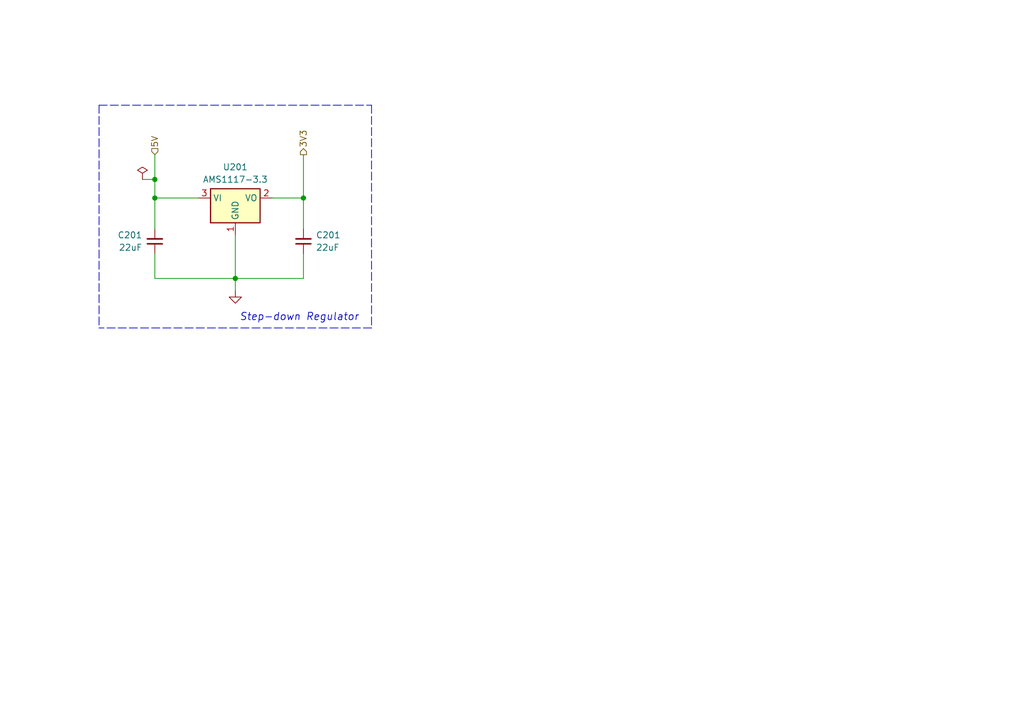
<source format=kicad_sch>
(kicad_sch (version 20230121) (generator eeschema)
  (paper "A5")
  (title_block (date "2023-05-15") (rev "A") (company "Butler's Lab") (comment 1 "Design By: Joshua Butler, MD, MHI"))
  (lib_symbols
    (symbol "Device:C_Small" (pin_numbers hide) (pin_names (offset 0.254) hide)
      (property "Reference" "C" (at 0.254 1.778 0))
      (property "Value" "C_Small" (at 0.254 -2.032 0))
      (symbol "C_Small_0_1"
        (polyline (pts (xy -1.524 -0.508) (xy 1.524 -0.508)) (stroke (width 0.3302)))
        (polyline (pts (xy -1.524 0.508) (xy 1.524 0.508)) (stroke (width 0.3048)))
      )
      (symbol "C_Small_1_1"
        (pin passive line (at 0 2.54 270) (length 2.032) (name "~") (number "1"))
        (pin passive line (at 0 -2.54 90) (length 2.032) (name "~") (number "2"))
      )
    )
    (symbol "Regulator_Linear:AMS1117-3.3"
      (property "Reference" "U" (at -3.81 3.175 0))
      (property "Value" "AMS1117-3.3" (at 0 3.175 0))
      (symbol "AMS1117-3.3_0_1"
        (rectangle (start -5.08 -5.08) (end 5.08 1.905) (stroke (width 0.254)) (fill (type background)))
      )
      (symbol "AMS1117-3.3_1_1"
        (pin power_in line (at 0 -7.62 90) (length 2.54) (name "GND") (number "1"))
        (pin power_out line (at 7.62 0 180) (length 2.54) (name "VO") (number "2"))
        (pin power_in line (at -7.62 0 0) (length 2.54) (name "VI") (number "3"))
      )
    )
    (symbol "power:GND" (power) (pin_names (offset 0))
      (property "Value" "GND" (at 0 -3.81 0))
      (symbol "GND_0_1"
        (polyline (pts (xy 0 0) (xy 0 -1.27) (xy 1.27 -1.27) (xy 0 -2.54) (xy -1.27 -1.27) (xy 0 -1.27)))
      )
      (symbol "GND_1_1"
        (pin power_in line (at 0 0 270) (length 0) hide (name "GND") (number "1"))
      )
    )
    (symbol "power:PWR_FLAG" (power) (pin_numbers hide) (pin_names (offset 0) hide)
      (property "Value" "PWR_FLAG" (at 0 3.81 0))
      (symbol "PWR_FLAG_0_0"
        (pin power_out line (at 0 0 90) (length 0) (name "pwr") (number "1"))
      )
      (symbol "PWR_FLAG_0_1"
        (polyline (pts (xy 0 0) (xy 0 1.27) (xy -1.016 1.905) (xy 0 2.54) (xy 1.016 1.905) (xy 0 1.27)))
      )
    )
  )
  (junction (at 31.75 40.64))
  (junction (at 62.23 40.64))
  (junction (at 48.26 57.15))
  (junction (at 31.75 36.83))
  (wire (pts (xy 31.75 57.15) (xy 48.26 57.15)))
  (wire (pts (xy 31.75 40.64) (xy 40.64 40.64)))
  (wire (pts (xy 31.75 40.64) (xy 31.75 46.99)))
  (wire (pts (xy 48.26 48.26) (xy 48.26 57.15)))
  (wire (pts (xy 48.26 59.69) (xy 48.26 57.15)))
  (wire (pts (xy 31.75 36.83) (xy 31.75 40.64)))
  (wire (pts (xy 31.75 52.07) (xy 31.75 57.15)))
  (wire (pts (xy 62.23 57.15) (xy 48.26 57.15)))
  (wire (pts (xy 29.21 36.83) (xy 31.75 36.83)))
  (wire (pts (xy 55.88 40.64) (xy 62.23 40.64)))
  (wire (pts (xy 62.23 40.64) (xy 62.23 46.99)))
  (polyline (pts (xy 20.32 21.59) (xy 20.32 67.31)) (stroke (width 0) (type dash)))
  (wire (pts (xy 31.75 31.75) (xy 31.75 36.83)))
  (wire (pts (xy 62.23 52.07) (xy 62.23 57.15)))
  (wire (pts (xy 62.23 31.75) (xy 62.23 40.64)))
  (polyline (pts (xy 76.2 21.59) (xy 76.2 67.31)) (stroke (width 0) (type dash)))
  (polyline (pts (xy 76.2 67.31) (xy 20.32 67.31)) (stroke (width 0) (type dash)))
  (polyline (pts (xy 20.32 21.59) (xy 76.2 21.59)) (stroke (width 0) (type dash)))
  (text "Step-down Regulator" (at 73.66 66.04 0) (effects (font (size 1.5 1.5) italic) (justify right bottom)))
  (hierarchical_label "5V" (shape input) (at 31.75 31.75 90) (property "Intersheetrefs" "${INTERSHEET_REFS}" (effects hide)))
  (hierarchical_label "3V3" (shape output) (at 62.23 31.75 90) (property "Intersheetrefs" "${INTERSHEET_REFS}" (effects hide)))
  (symbol (lib_id "power:PWR_FLAG") (at 29.21 36.83 0) (unit 1)
    (property "Reference" "#FLG0201" (effects hide))
    (property "Value" "PWR_FLAG" (effects hide))
    (instances (project "mini_arduino_clone" (path "" (reference "#FLG0201") (unit 1))) (project "stm32-led-strip-controller" (path "" (reference "#FLG0201") (unit 1))) (project "iot_playground" (path "" (reference "#FLG0401") (unit 1))))
  )
  (symbol (lib_id "power:GND") (at 48.26 59.69 0) (unit 1)
    (property "Reference" "#PWR0201" (effects hide))
    (property "Value" "GND" (effects hide))
    (instances (project "mini_arduino_clone" (path "" (reference "#PWR0201") (unit 1))) (project "stm32-led-strip-controller" (path "" (reference "#PWR0201") (unit 1))) (project "iot_playground" (path "" (reference "#PWR0401") (unit 1))))
  )
  (symbol (lib_id "Device:C_Small") (at 62.23 49.53 180) (unit 1)
    (property "Reference" "C201" (at 64.77 48.2535 0) (effects (justify right)))
    (property "Value" "22uF" (at 64.77 50.7935 0) (effects (justify right)))
    (property "Footprint" "Capacitor_SMD:C_0603_1608Metric" (effects hide))
    (property "LCSC" "C59461" (effects hide))
    (instances (project "mini_arduino_clone" (path "" (reference "C201") (unit 1))) (project "stm32-led-strip-controller" (path "" (reference "C202") (unit 1))) (project "iot_playground" (path "" (reference "C401") (unit 1))))
  )
  (symbol (lib_id "Device:C_Small") (at 31.75 49.53 0) (mirror x) (unit 1)
    (property "Reference" "C201" (at 29.21 48.2535 0) (effects (justify right)))
    (property "Value" "22uF" (at 29.21 50.7935 0) (effects (justify right)))
    (property "Footprint" "Capacitor_SMD:C_0603_1608Metric" (effects hide))
    (property "LCSC" "C59461" (effects hide))
    (instances (project "mini_arduino_clone" (path "" (reference "C201") (unit 1))) (project "stm32-led-strip-controller" (path "" (reference "C201") (unit 1))) (project "iot_playground" (path "" (reference "C401") (unit 1))))
  )
  (symbol (lib_id "Regulator_Linear:AMS1117-3.3") (at 48.26 40.64 0) (unit 1)
    (property "Reference" "U201" (at 48.26 34.29 0))
    (property "Value" "AMS1117-3.3" (at 48.26 36.83 0))
    (property "Footprint" "Package_TO_SOT_SMD:SOT-223-3_TabPin2" (effects hide))
    (property "Datasheet" "http://www.advanced-monolithic.com/pdf/ds1117.pdf" (effects hide))
    (property "LCSC" "C6186" (effects hide))
  )
)
</source>
